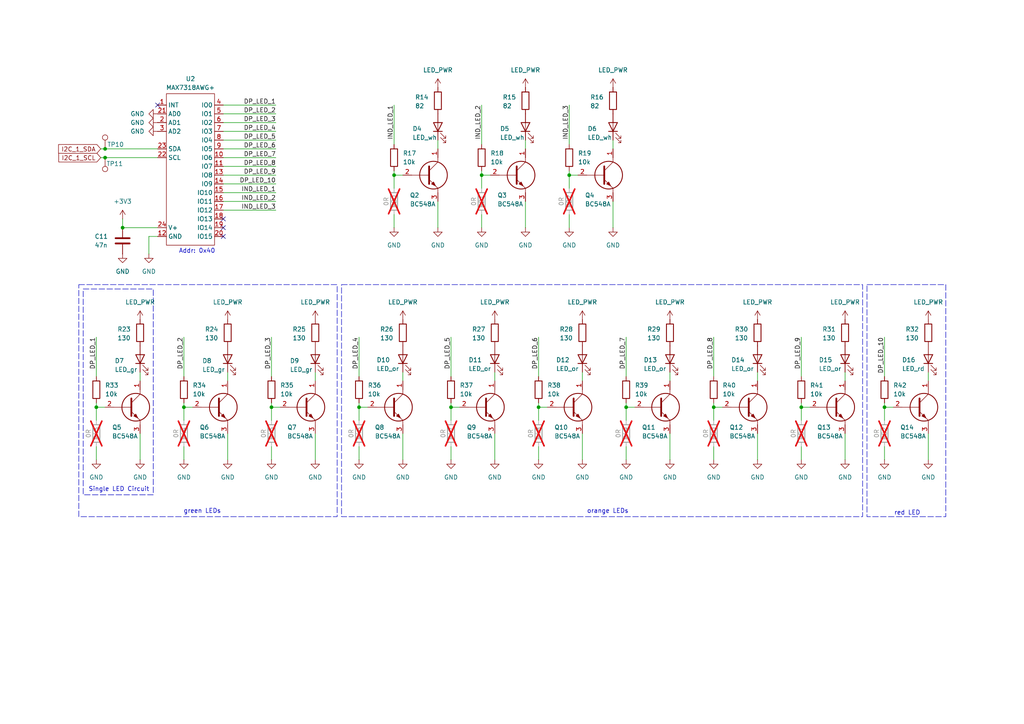
<source format=kicad_sch>
(kicad_sch (version 20250114) (generator "eeschema") (generator_version "9.0")
  (paper "A4")
  (title_block (title "OpenG Display Board LEDs") (date "2025-05-14") (company "OpenG Porject") (comment 1 "Designer: J. Wiedau") (comment 2 "License: GNU GPLv3"))
  (lib_symbols
    (symbol "Connector:TestPoint" (pin_numbers (hide yes)) (pin_names (offset 0.762) (hide yes))
      (property "Reference" "TP" (at 0 6.858 0))
      (property "Value" "TestPoint" (at 0 5.08 0))
      (symbol "TestPoint_1_1"
        (pin passive line (at 0 0 90) (length 2.54) (name "1") (number "1"))
      )
    )
    (symbol "Device:C" (pin_numbers (hide yes)) (pin_names (offset 0.254))
      (property "Reference" "C" (at 0.635 2.54 0))
      (property "Value" "C" (at 0.635 -2.54 0))
      (symbol "C_1_1"
        (pin passive line (at 0 3.81 270) (length 2.794) (name "~") (number "1"))
        (pin passive line (at 0 -3.81 90) (length 2.794) (name "~") (number "2"))
      )
    )
    (symbol "Device:LED" (pin_numbers (hide yes)) (pin_names (offset 1.016) (hide yes))
      (property "Reference" "D" (at 0 2.54 0))
      (property "Value" "LED" (at 0 -2.54 0))
      (symbol "LED_1_1"
        (pin passive line (at -3.81 0 0) (length 2.54) (name "K") (number "1"))
        (pin passive line (at 3.81 0 180) (length 2.54) (name "A") (number "2"))
      )
    )
    (symbol "Device:R" (pin_numbers (hide yes)) (pin_names (offset 0))
      (property "Reference" "R" (at 2.032 0 90))
      (property "Value" "R" (at 0 0 90))
      (symbol "R_1_1"
        (pin passive line (at 0 3.81 270) (length 1.27) (name "~") (number "1"))
        (pin passive line (at 0 -3.81 90) (length 1.27) (name "~") (number "2"))
      )
    )
    (symbol "OpenG_Lib:MAX7318AWG"
      (property "Reference" "U" (at -7.112 25.654 0))
      (property "Value" "MAX7318AWG+" (at -0.762 23.622 0))
      (symbol "MAX7318AWG_1_1"
        (pin output line (at -10.16 19.05 0) (length 2.54) (name "INT") (number "1"))
        (pin passive line (at -10.16 16.51 0) (length 2.54) (name "AD0") (number "21"))
        (pin passive line (at -10.16 13.97 0) (length 2.54) (name "AD1") (number "2"))
        (pin passive line (at -10.16 11.43 0) (length 2.54) (name "AD2") (number "3"))
        (pin bidirectional line (at -10.16 6.35 0) (length 2.54) (name "SDA") (number "23"))
        (pin bidirectional line (at -10.16 3.81 0) (length 2.54) (name "SCL") (number "22"))
        (pin power_in line (at -10.16 -16.51 0) (length 2.54) (name "V+") (number "24"))
        (pin power_in line (at -10.16 -19.05 0) (length 2.54) (name "GND") (number "12"))
        (pin bidirectional line (at 8.89 19.05 180) (length 2.54) (name "IO0") (number "4"))
        (pin bidirectional line (at 8.89 16.51 180) (length 2.54) (name "IO1") (number "5"))
        (pin bidirectional line (at 8.89 13.97 180) (length 2.54) (name "IO2") (number "6"))
        (pin bidirectional line (at 8.89 11.43 180) (length 2.54) (name "IO3") (number "7"))
        (pin bidirectional line (at 8.89 8.89 180) (length 2.54) (name "IO4") (number "8"))
        (pin bidirectional line (at 8.89 6.35 180) (length 2.54) (name "IO5") (number "9"))
        (pin bidirectional line (at 8.89 3.81 180) (length 2.54) (name "IO6") (number "10"))
        (pin bidirectional line (at 8.89 1.27 180) (length 2.54) (name "IO7") (number "11"))
        (pin bidirectional line (at 8.89 -1.27 180) (length 2.54) (name "IO8") (number "13"))
        (pin bidirectional line (at 8.89 -3.81 180) (length 2.54) (name "IO9") (number "14"))
        (pin bidirectional line (at 8.89 -6.35 180) (length 2.54) (name "IO10") (number "15"))
        (pin bidirectional line (at 8.89 -8.89 180) (length 2.54) (name "IO11") (number "16"))
        (pin bidirectional line (at 8.89 -11.43 180) (length 2.54) (name "IO12") (number "17"))
        (pin bidirectional line (at 8.89 -13.97 180) (length 2.54) (name "IO13") (number "18"))
        (pin bidirectional line (at 8.89 -16.51 180) (length 2.54) (name "IO14") (number "19"))
        (pin bidirectional line (at 8.89 -19.05 180) (length 2.54) (name "IO15") (number "20"))
      )
    )
    (symbol "SamacSys_Parts:BC548A" (pin_names (offset 0.762))
      (property "Reference" "Q" (at 13.97 1.27 0))
      (property "Value" "BC548A" (at 13.97 -1.27 0))
      (symbol "BC548A_0_0"
        (pin passive line (at 0 0 0) (length 2.54) (name "~") (number "2"))
        (pin passive line (at 10.16 7.62 270) (length 2.54) (name "~") (number "1"))
        (pin passive line (at 10.16 -7.62 90) (length 2.54) (name "~") (number "3"))
      )
    )
    (symbol "power:+3V3" (power) (pin_numbers (hide yes)) (pin_names (offset 0) (hide yes))
      (property "Value" "+3V3" (at 0 3.556 0))
      (symbol "+3V3_1_1"
        (pin power_in line (at 0 0 90) (length 0) (name "~") (number "1"))
      )
    )
    (symbol "power:+5V" (power) (pin_numbers (hide yes)) (pin_names (offset 0) (hide yes))
      (property "Value" "+5V" (at 0 3.556 0))
      (symbol "+5V_1_1"
        (pin power_in line (at 0 0 90) (length 0) (name "~") (number "1"))
      )
    )
    (symbol "power:GND" (power) (pin_numbers (hide yes)) (pin_names (offset 0) (hide yes))
      (property "Value" "GND" (at 0 -3.81 0))
      (symbol "GND_1_1"
        (pin power_in line (at 0 0 270) (length 0) (name "~") (number "1"))
      )
    )
  )
  (rectangle (start 99.06 82.55) (end 250.19 149.86) (stroke (width 0) (type dash)))
  (rectangle (start 22.86 82.55) (end 97.79 149.86) (stroke (width 0) (type dash)))
  (rectangle (start 251.46 82.55) (end 274.32 149.86) (stroke (width 0) (type dash)))
  (rectangle (start 24.13 83.82) (end 44.45 143.51) (stroke (width 0) (type dash)))
  (text "orange LEDs" (at 176.276 148.336 0) (effects (font (size 1.27 1.27))))
  (text "green LEDs" (at 58.674 148.336 0) (effects (font (size 1.27 1.27))))
  (text "red LED" (at 263.144 148.844 0) (effects (font (size 1.27 1.27))))
  (text "Single LED Circuit" (at 25.654 141.986 0) (effects (font (size 1.27 1.27)) (justify left)))
  (text "Addr: 0x40" (at 57.15 72.898 0) (effects (font (size 1.27 1.27))))
  (junction (at 27.94 118.11))
  (junction (at 139.7 50.8))
  (junction (at 30.48 43.18))
  (junction (at 207.01 118.11))
  (junction (at 232.41 118.11))
  (junction (at 181.61 118.11))
  (junction (at 256.54 118.11))
  (junction (at 165.1 50.8))
  (junction (at 78.74 118.11))
  (junction (at 130.81 118.11))
  (junction (at 156.21 118.11))
  (junction (at 53.34 118.11))
  (junction (at 30.48 45.72))
  (junction (at 114.3 50.8))
  (junction (at 104.14 118.11))
  (junction (at 35.56 66.04))
  (no_connect (at 64.77 66.04))
  (no_connect (at 64.77 63.5))
  (no_connect (at 45.72 30.48))
  (no_connect (at 64.77 68.58))
  (wire (pts (xy 78.74 129.54) (xy 78.74 133.35)))
  (wire (pts (xy 256.54 118.11) (xy 256.54 121.92)))
  (wire (pts (xy 194.31 107.95) (xy 194.31 110.49)))
  (wire (pts (xy 245.11 107.95) (xy 245.11 110.49)))
  (wire (pts (xy 114.3 50.8) (xy 116.84 50.8)))
  (wire (pts (xy 114.3 62.23) (xy 114.3 66.04)))
  (wire (pts (xy 194.31 125.73) (xy 194.31 133.35)))
  (wire (pts (xy 232.41 129.54) (xy 232.41 133.35)))
  (wire (pts (xy 256.54 116.84) (xy 256.54 118.11)))
  (wire (pts (xy 156.21 129.54) (xy 156.21 133.35)))
  (wire (pts (xy 269.24 125.73) (xy 269.24 133.35)))
  (wire (pts (xy 168.91 107.95) (xy 168.91 110.49)))
  (wire (pts (xy 130.81 129.54) (xy 130.81 133.35)))
  (wire (pts (xy 45.72 68.58) (xy 43.18 68.58)))
  (wire (pts (xy 35.56 63.5) (xy 35.56 66.04)))
  (wire (pts (xy 232.41 97.79) (xy 232.41 109.22)))
  (wire (pts (xy 104.14 118.11) (xy 104.14 121.92)))
  (wire (pts (xy 127 58.42) (xy 127 66.04)))
  (wire (pts (xy 139.7 30.48) (xy 139.7 41.91)))
  (wire (pts (xy 53.34 118.11) (xy 55.88 118.11)))
  (wire (pts (xy 78.74 118.11) (xy 78.74 121.92)))
  (wire (pts (xy 116.84 125.73) (xy 116.84 133.35)))
  (wire (pts (xy 127 40.64) (xy 127 43.18)))
  (wire (pts (xy 64.77 30.48) (xy 80.01 30.48)))
  (wire (pts (xy 53.34 116.84) (xy 53.34 118.11)))
  (wire (pts (xy 256.54 129.54) (xy 256.54 133.35)))
  (wire (pts (xy 114.3 49.53) (xy 114.3 50.8)))
  (wire (pts (xy 130.81 116.84) (xy 130.81 118.11)))
  (wire (pts (xy 64.77 48.26) (xy 80.01 48.26)))
  (wire (pts (xy 269.24 107.95) (xy 269.24 110.49)))
  (wire (pts (xy 78.74 116.84) (xy 78.74 118.11)))
  (wire (pts (xy 207.01 129.54) (xy 207.01 133.35)))
  (wire (pts (xy 181.61 116.84) (xy 181.61 118.11)))
  (wire (pts (xy 139.7 50.8) (xy 142.24 50.8)))
  (wire (pts (xy 40.64 107.95) (xy 40.64 110.49)))
  (wire (pts (xy 168.91 125.73) (xy 168.91 133.35)))
  (wire (pts (xy 177.8 40.64) (xy 177.8 43.18)))
  (wire (pts (xy 30.48 43.18) (xy 45.72 43.18)))
  (wire (pts (xy 165.1 49.53) (xy 165.1 50.8)))
  (wire (pts (xy 207.01 116.84) (xy 207.01 118.11)))
  (wire (pts (xy 256.54 97.79) (xy 256.54 109.22)))
  (wire (pts (xy 64.77 45.72) (xy 80.01 45.72)))
  (wire (pts (xy 130.81 118.11) (xy 130.81 121.92)))
  (wire (pts (xy 130.81 97.79) (xy 130.81 109.22)))
  (wire (pts (xy 232.41 116.84) (xy 232.41 118.11)))
  (wire (pts (xy 64.77 38.1) (xy 80.01 38.1)))
  (wire (pts (xy 78.74 118.11) (xy 81.28 118.11)))
  (wire (pts (xy 207.01 118.11) (xy 207.01 121.92)))
  (wire (pts (xy 64.77 55.88) (xy 80.01 55.88)))
  (wire (pts (xy 64.77 40.64) (xy 80.01 40.64)))
  (wire (pts (xy 165.1 50.8) (xy 167.64 50.8)))
  (wire (pts (xy 156.21 116.84) (xy 156.21 118.11)))
  (wire (pts (xy 116.84 107.95) (xy 116.84 110.49)))
  (wire (pts (xy 91.44 125.73) (xy 91.44 133.35)))
  (wire (pts (xy 27.94 97.79) (xy 27.94 109.22)))
  (wire (pts (xy 45.72 66.04) (xy 35.56 66.04)))
  (wire (pts (xy 177.8 58.42) (xy 177.8 66.04)))
  (wire (pts (xy 53.34 129.54) (xy 53.34 133.35)))
  (wire (pts (xy 219.71 107.95) (xy 219.71 110.49)))
  (wire (pts (xy 64.77 35.56) (xy 80.01 35.56)))
  (wire (pts (xy 232.41 118.11) (xy 232.41 121.92)))
  (wire (pts (xy 139.7 49.53) (xy 139.7 50.8)))
  (wire (pts (xy 66.04 125.73) (xy 66.04 133.35)))
  (wire (pts (xy 152.4 40.64) (xy 152.4 43.18)))
  (wire (pts (xy 165.1 62.23) (xy 165.1 66.04)))
  (wire (pts (xy 27.94 118.11) (xy 30.48 118.11)))
  (wire (pts (xy 64.77 33.02) (xy 80.01 33.02)))
  (wire (pts (xy 114.3 50.8) (xy 114.3 54.61)))
  (wire (pts (xy 165.1 50.8) (xy 165.1 54.61)))
  (wire (pts (xy 156.21 118.11) (xy 158.75 118.11)))
  (wire (pts (xy 104.14 118.11) (xy 106.68 118.11)))
  (wire (pts (xy 40.64 125.73) (xy 40.64 133.35)))
  (wire (pts (xy 219.71 125.73) (xy 219.71 133.35)))
  (wire (pts (xy 30.48 45.72) (xy 45.72 45.72)))
  (wire (pts (xy 78.74 97.79) (xy 78.74 109.22)))
  (wire (pts (xy 143.51 107.95) (xy 143.51 110.49)))
  (wire (pts (xy 66.04 107.95) (xy 66.04 110.49)))
  (wire (pts (xy 64.77 50.8) (xy 80.01 50.8)))
  (wire (pts (xy 64.77 58.42) (xy 80.01 58.42)))
  (wire (pts (xy 156.21 118.11) (xy 156.21 121.92)))
  (wire (pts (xy 64.77 43.18) (xy 80.01 43.18)))
  (wire (pts (xy 181.61 118.11) (xy 184.15 118.11)))
  (wire (pts (xy 165.1 30.48) (xy 165.1 41.91)))
  (wire (pts (xy 27.94 129.54) (xy 27.94 133.35)))
  (wire (pts (xy 27.94 118.11) (xy 27.94 121.92)))
  (wire (pts (xy 91.44 107.95) (xy 91.44 110.49)))
  (wire (pts (xy 139.7 62.23) (xy 139.7 66.04)))
  (wire (pts (xy 104.14 129.54) (xy 104.14 133.35)))
  (wire (pts (xy 245.11 125.73) (xy 245.11 133.35)))
  (wire (pts (xy 64.77 53.34) (xy 80.01 53.34)))
  (wire (pts (xy 207.01 118.11) (xy 209.55 118.11)))
  (wire (pts (xy 232.41 118.11) (xy 234.95 118.11)))
  (wire (pts (xy 256.54 118.11) (xy 259.08 118.11)))
  (wire (pts (xy 181.61 129.54) (xy 181.61 133.35)))
  (wire (pts (xy 29.21 43.18) (xy 30.48 43.18)))
  (wire (pts (xy 104.14 116.84) (xy 104.14 118.11)))
  (wire (pts (xy 29.21 45.72) (xy 30.48 45.72)))
  (wire (pts (xy 181.61 97.79) (xy 181.61 109.22)))
  (wire (pts (xy 53.34 118.11) (xy 53.34 121.92)))
  (wire (pts (xy 114.3 30.48) (xy 114.3 41.91)))
  (wire (pts (xy 181.61 118.11) (xy 181.61 121.92)))
  (wire (pts (xy 156.21 97.79) (xy 156.21 109.22)))
  (wire (pts (xy 64.77 60.96) (xy 80.01 60.96)))
  (wire (pts (xy 152.4 58.42) (xy 152.4 66.04)))
  (wire (pts (xy 139.7 50.8) (xy 139.7 54.61)))
  (wire (pts (xy 104.14 97.79) (xy 104.14 109.22)))
  (wire (pts (xy 143.51 125.73) (xy 143.51 133.35)))
  (wire (pts (xy 27.94 116.84) (xy 27.94 118.11)))
  (wire (pts (xy 53.34 97.79) (xy 53.34 109.22)))
  (wire (pts (xy 130.81 118.11) (xy 133.35 118.11)))
  (wire (pts (xy 207.01 97.79) (xy 207.01 109.22)))
  (wire (pts (xy 43.18 68.58) (xy 43.18 73.66)))
  (label "DP_LED_8" (at 207.01 97.79 270))
  (label "DP_LED_4" (at 104.14 97.79 270))
  (label "DP_LED_10" (at 80.01 53.34 180))
  (label "IND_LED_2" (at 139.7 30.48 270))
  (label "DP_LED_9" (at 80.01 50.8 180))
  (label "DP_LED_6" (at 156.21 97.79 270))
  (label "DP_LED_2" (at 80.01 33.02 180))
  (label "DP_LED_6" (at 80.01 43.18 180))
  (label "IND_LED_3" (at 165.1 30.48 270))
  (label "DP_LED_10" (at 256.54 97.79 270))
  (label "DP_LED_7" (at 80.01 45.72 180))
  (label "DP_LED_1" (at 80.01 30.48 180))
  (label "IND_LED_1" (at 114.3 30.48 270))
  (label "DP_LED_1" (at 27.94 97.79 270))
  (label "DP_LED_5" (at 130.81 97.79 270))
  (label "IND_LED_2" (at 80.01 58.42 180))
  (label "DP_LED_3" (at 78.74 97.79 270))
  (label "DP_LED_5" (at 80.01 40.64 180))
  (label "DP_LED_7" (at 181.61 97.79 270))
  (label "IND_LED_3" (at 80.01 60.96 180))
  (label "DP_LED_2" (at 53.34 97.79 270))
  (label "DP_LED_4" (at 80.01 38.1 180))
  (label "DP_LED_8" (at 80.01 48.26 180))
  (label "IND_LED_1" (at 80.01 55.88 180))
  (label "DP_LED_3" (at 80.01 35.56 180))
  (label "DP_LED_9" (at 232.41 97.79 270))
  (global_label "I2C_1_SDA" (shape input) (at 29.21 43.18 180) (property "Intersheetrefs" "${INTERSHEET_REFS}" (effects (hide yes))))
  (global_label "I2C_1_SCL" (shape input) (at 29.21 45.72 180) (property "Intersheetrefs" "${INTERSHEET_REFS}" (effects (hide yes))))
  (symbol (lib_id "power:GND") (at 40.64 133.35 0) (unit 1)
    (property "Reference" "#PWR067" (effects (hide yes)))
    (property "Value" "GND" (at 40.64 138.43 0))
    (property "Description" "Power symbol creates a global label with name \"GND\" , ground" (effects (hide yes)))
  )
  (symbol (lib_id "power:GND") (at 35.56 73.66 0) (unit 1)
    (property "Reference" "#PWR054" (effects (hide yes)))
    (property "Value" "GND" (at 35.56 78.74 0))
    (property "Description" "Power symbol creates a global label with name \"GND\" , ground" (effects (hide yes)))
  )
  (symbol (lib_id "Device:LED") (at 177.8 36.83 90) (unit 1)
    (property "Reference" "D6" (at 170.434 37.338 90) (effects (justify right)))
    (property "Value" "LED_wh" (at 170.434 39.878 90) (effects (justify right)))
    (property "Footprint" "LED_THT:LED_D3.0mm_Horizontal_O1.27mm_Z2.0mm_Clear" (effects (hide yes)))
    (property "Datasheet" "https://www.mouser.de/datasheet/2/414/OVLAW4CB7-3011932.pdf" (effects (hide yes)))
    (property "Description" "Light emitting diode" (effects (hide yes)))
    (property "Sim.Pins" "1=K 2=A" (effects (hide yes)))
    (property "Supplier" "https://www.mouser.de/ProductDetail/Optek-TT-Electronics/OVLAW4CB7?qs=sGAEpiMZZMv0DJfhVcWlKxh%252BRYzFzxt7LouZ72n6au2Eguv%252BwL4KIQ%3D%3D" (effects (hide yes)))
  )
  (symbol (lib_id "SamacSys_Parts:BC548A") (at 55.88 118.11 0) (unit 1)
    (property "Reference" "Q6" (at 57.912 123.952 0) (effects (justify left)))
    (property "Value" "BC548A" (at 57.912 126.492 0) (effects (justify left)))
    (property "Footprint" "SamacSys_Parts:BC548A" (effects (hide yes)))
    (property "Datasheet" "https://diotec.com/request/datasheet/bc546.pdf" (effects (hide yes)))
    (property "Description" "Bipolar (BJT) Transistor NPN 30 V 100 mA 300MHz 500 mW Through Hole TO-92-3" (effects (hide yes)))
    (property "Description_1" "Bipolar (BJT) Transistor NPN 30 V 100 mA 300MHz 500 mW Through Hole TO-92-3" (effects (hide yes)))
    (property "Height" "4.7" (effects (hide yes)))
    (property "Mouser Part Number" "637-BC548A" (effects (hide yes)))
    (property "Mouser Price/Stock" "https://www.mouser.co.uk/ProductDetail/Diotec-Semiconductor/BC548A?qs=OlC7AqGiEDn7ksXHluy35w%3D%3D" (effects (hide yes)))
    (property "Manufacturer_Name" "Diotec" (effects (hide yes)))
    (property "Manufacturer_Part_Number" "BC548A" (effects (hide yes)))
  )
  (symbol (lib_id "Device:R") (at 130.81 125.73 180) (unit 1) (dnp yes)
    (property "Reference" "R47" (at 130.81 125.73 90))
    (property "Value" "0R" (at 128.524 125.73 90))
    (property "Footprint" "Resistor_SMD:R_0805_2012Metric_Pad1.20x1.40mm_HandSolder" (effects (hide yes)))
    (property "Description" "Resistor" (effects (hide yes)))
  )
  (symbol (lib_id "Device:LED") (at 168.91 104.14 90) (unit 1)
    (property "Reference" "D12" (at 161.29 104.394 90) (effects (justify right)))
    (property "Value" "LED_or" (at 161.29 106.934 90) (effects (justify right)))
    (property "Footprint" "LED_THT:LED_D3.0mm_Horizontal_O1.27mm_Z2.0mm_Clear" (effects (hide yes)))
    (property "Datasheet" "https://www.mouser.de/datasheet/2/216/WP710A10SGC-50126.pdf" (effects (hide yes)))
    (property "Description" "Light emitting diode" (effects (hide yes)))
    (property "Sim.Pins" "1=K 2=A" (effects (hide yes)))
    (property "Supplier" "https://www.mouser.de/ProductDetail/Kingbright/WP710A10SGC?qs=sGAEpiMZZMv0DJfhVcWlK512OlMuG%252BmKJmTyC6LM61Bi%252BQ62PTBqPw%3D%3D" (effects (hide yes)))
  )
  (symbol (lib_id "Device:LED") (at 40.64 104.14 90) (unit 1)
    (property "Reference" "D7" (at 33.274 104.648 90) (effects (justify right)))
    (property "Value" "LED_gr" (at 33.274 107.188 90) (effects (justify right)))
    (property "Footprint" "LED_THT:LED_D3.0mm_Horizontal_O1.27mm_Z2.0mm_Clear" (effects (hide yes)))
    (property "Datasheet" "https://www.mouser.de/datasheet/2/216/WP710A10SGC-50126.pdf" (effects (hide yes)))
    (property "Description" "Light emitting diode" (effects (hide yes)))
    (property "Sim.Pins" "1=K 2=A" (effects (hide yes)))
    (property "Supplier" "https://www.mouser.de/ProductDetail/Kingbright/WP710A10SGC?qs=sGAEpiMZZMv0DJfhVcWlK512OlMuG%252BmKJmTyC6LM61Bi%252BQ62PTBqPw%3D%3D" (effects (hide yes)))
  )
  (symbol (lib_id "power:+5V") (at 91.44 92.71 0) (unit 1)
    (property "Reference" "#PWR058" (effects (hide yes)))
    (property "Value" "LED_PWR" (at 91.44 87.63 0))
    (property "Description" "Power symbol creates a global label with name \"LED_PWR\"" (effects (hide yes)))
  )
  (symbol (lib_id "power:GND") (at 27.94 133.35 0) (unit 1)
    (property "Reference" "#PWR066" (effects (hide yes)))
    (property "Value" "GND" (at 27.94 138.43 0))
    (property "Description" "Power symbol creates a global label with name \"GND\" , ground" (effects (hide yes)))
  )
  (symbol (lib_id "Device:R") (at 177.8 29.21 0) (unit 1)
    (property "Reference" "R16" (at 171.196 28.194 0) (effects (justify left)))
    (property "Value" "82" (at 171.196 30.734 0) (effects (justify left)))
    (property "Footprint" "Resistor_SMD:R_0805_2012Metric_Pad1.20x1.40mm_HandSolder" (effects (hide yes)))
    (property "Description" "Resistor" (effects (hide yes)))
  )
  (symbol (lib_id "Device:R") (at 269.24 96.52 0) (unit 1)
    (property "Reference" "R32" (at 262.636 95.504 0) (effects (justify left)))
    (property "Value" "130" (at 262.636 98.044 0) (effects (justify left)))
    (property "Footprint" "Resistor_SMD:R_0805_2012Metric_Pad1.20x1.40mm_HandSolder" (effects (hide yes)))
    (property "Description" "Resistor" (effects (hide yes)))
  )
  (symbol (lib_id "power:GND") (at 91.44 133.35 0) (unit 1)
    (property "Reference" "#PWR071" (effects (hide yes)))
    (property "Value" "GND" (at 91.44 138.43 0))
    (property "Description" "Power symbol creates a global label with name \"GND\" , ground" (effects (hide yes)))
  )
  (symbol (lib_id "Device:R") (at 165.1 45.72 0) (unit 1)
    (property "Reference" "R19" (at 167.64 44.4499 0) (effects (justify left)))
    (property "Value" "10k" (at 167.64 46.9899 0) (effects (justify left)))
    (property "Footprint" "Resistor_SMD:R_0805_2012Metric_Pad1.20x1.40mm_HandSolder" (effects (hide yes)))
    (property "Description" "Resistor" (effects (hide yes)))
  )
  (symbol (lib_id "SamacSys_Parts:BC548A") (at 167.64 50.8 0) (unit 1)
    (property "Reference" "Q4" (at 169.672 56.642 0) (effects (justify left)))
    (property "Value" "BC548A" (at 169.672 59.182 0) (effects (justify left)))
    (property "Footprint" "SamacSys_Parts:BC548A" (effects (hide yes)))
    (property "Datasheet" "https://diotec.com/request/datasheet/bc546.pdf" (effects (hide yes)))
    (property "Description" "Bipolar (BJT) Transistor NPN 30 V 100 mA 300MHz 500 mW Through Hole TO-92-3" (effects (hide yes)))
    (property "Description_1" "Bipolar (BJT) Transistor NPN 30 V 100 mA 300MHz 500 mW Through Hole TO-92-3" (effects (hide yes)))
    (property "Height" "4.7" (effects (hide yes)))
    (property "Mouser Part Number" "637-BC548A" (effects (hide yes)))
    (property "Mouser Price/Stock" "https://www.mouser.co.uk/ProductDetail/Diotec-Semiconductor/BC548A?qs=OlC7AqGiEDn7ksXHluy35w%3D%3D" (effects (hide yes)))
    (property "Manufacturer_Name" "Diotec" (effects (hide yes)))
    (property "Manufacturer_Part_Number" "BC548A" (effects (hide yes)))
  )
  (symbol (lib_id "Device:R") (at 130.81 113.03 0) (unit 1)
    (property "Reference" "R37" (at 133.35 111.7599 0) (effects (justify left)))
    (property "Value" "10k" (at 133.35 114.2999 0) (effects (justify left)))
    (property "Footprint" "Resistor_SMD:R_0805_2012Metric_Pad1.20x1.40mm_HandSolder" (effects (hide yes)))
    (property "Description" "Resistor" (effects (hide yes)))
  )
  (symbol (lib_id "Device:R") (at 207.01 113.03 0) (unit 1)
    (property "Reference" "R40" (at 209.55 111.7599 0) (effects (justify left)))
    (property "Value" "10k" (at 209.55 114.2999 0) (effects (justify left)))
    (property "Footprint" "Resistor_SMD:R_0805_2012Metric_Pad1.20x1.40mm_HandSolder" (effects (hide yes)))
    (property "Description" "Resistor" (effects (hide yes)))
  )
  (symbol (lib_id "SamacSys_Parts:BC548A") (at 133.35 118.11 0) (unit 1)
    (property "Reference" "Q9" (at 135.382 123.952 0) (effects (justify left)))
    (property "Value" "BC548A" (at 135.382 126.492 0) (effects (justify left)))
    (property "Footprint" "SamacSys_Parts:BC548A" (effects (hide yes)))
    (property "Datasheet" "https://diotec.com/request/datasheet/bc546.pdf" (effects (hide yes)))
    (property "Description" "Bipolar (BJT) Transistor NPN 30 V 100 mA 300MHz 500 mW Through Hole TO-92-3" (effects (hide yes)))
    (property "Description_1" "Bipolar (BJT) Transistor NPN 30 V 100 mA 300MHz 500 mW Through Hole TO-92-3" (effects (hide yes)))
    (property "Height" "4.7" (effects (hide yes)))
    (property "Mouser Part Number" "637-BC548A" (effects (hide yes)))
    (property "Mouser Price/Stock" "https://www.mouser.co.uk/ProductDetail/Diotec-Semiconductor/BC548A?qs=OlC7AqGiEDn7ksXHluy35w%3D%3D" (effects (hide yes)))
    (property "Manufacturer_Name" "Diotec" (effects (hide yes)))
    (property "Manufacturer_Part_Number" "BC548A" (effects (hide yes)))
  )
  (symbol (lib_id "power:GND") (at 194.31 133.35 0) (unit 1)
    (property "Reference" "#PWR079" (effects (hide yes)))
    (property "Value" "GND" (at 194.31 138.43 0))
    (property "Description" "Power symbol creates a global label with name \"GND\" , ground" (effects (hide yes)))
  )
  (symbol (lib_id "Device:R") (at 114.3 58.42 180) (unit 1) (dnp yes)
    (property "Reference" "R20" (at 114.3 58.42 90))
    (property "Value" "0R" (at 112.014 58.42 90))
    (property "Footprint" "Resistor_SMD:R_0805_2012Metric_Pad1.20x1.40mm_HandSolder" (effects (hide yes)))
    (property "Description" "Resistor" (effects (hide yes)))
  )
  (symbol (lib_id "Device:R") (at 139.7 58.42 180) (unit 1) (dnp yes)
    (property "Reference" "R21" (at 139.7 58.42 90))
    (property "Value" "0R" (at 137.414 58.42 90))
    (property "Footprint" "Resistor_SMD:R_0805_2012Metric_Pad1.20x1.40mm_HandSolder" (effects (hide yes)))
    (property "Description" "Resistor" (effects (hide yes)))
  )
  (symbol (lib_id "SamacSys_Parts:BC548A") (at 209.55 118.11 0) (unit 1)
    (property "Reference" "Q12" (at 211.582 123.952 0) (effects (justify left)))
    (property "Value" "BC548A" (at 211.582 126.492 0) (effects (justify left)))
    (property "Footprint" "SamacSys_Parts:BC548A" (effects (hide yes)))
    (property "Datasheet" "https://diotec.com/request/datasheet/bc546.pdf" (effects (hide yes)))
    (property "Description" "Bipolar (BJT) Transistor NPN 30 V 100 mA 300MHz 500 mW Through Hole TO-92-3" (effects (hide yes)))
    (property "Description_1" "Bipolar (BJT) Transistor NPN 30 V 100 mA 300MHz 500 mW Through Hole TO-92-3" (effects (hide yes)))
    (property "Height" "4.7" (effects (hide yes)))
    (property "Mouser Part Number" "637-BC548A" (effects (hide yes)))
    (property "Mouser Price/Stock" "https://www.mouser.co.uk/ProductDetail/Diotec-Semiconductor/BC548A?qs=OlC7AqGiEDn7ksXHluy35w%3D%3D" (effects (hide yes)))
    (property "Manufacturer_Name" "Diotec" (effects (hide yes)))
    (property "Manufacturer_Part_Number" "BC548A" (effects (hide yes)))
  )
  (symbol (lib_id "power:+5V") (at 152.4 25.4 0) (unit 1)
    (property "Reference" "#PWR042" (effects (hide yes)))
    (property "Value" "LED_PWR" (at 152.4 20.32 0))
    (property "Description" "Power symbol creates a global label with name \"LED_PWR\"" (effects (hide yes)))
  )
  (symbol (lib_id "Device:LED") (at 152.4 36.83 90) (unit 1)
    (property "Reference" "D5" (at 145.034 37.338 90) (effects (justify right)))
    (property "Value" "LED_wh" (at 145.034 39.878 90) (effects (justify right)))
    (property "Footprint" "LED_THT:LED_D3.0mm_Horizontal_O1.27mm_Z2.0mm_Clear" (effects (hide yes)))
    (property "Datasheet" "https://www.mouser.de/datasheet/2/414/OVLAW4CB7-3011932.pdf" (effects (hide yes)))
    (property "Description" "Light emitting diode" (effects (hide yes)))
    (property "Sim.Pins" "1=K 2=A" (effects (hide yes)))
    (property "Supplier" "https://www.mouser.de/ProductDetail/Optek-TT-Electronics/OVLAW4CB7?qs=sGAEpiMZZMv0DJfhVcWlKxh%252BRYzFzxt7LouZ72n6au2Eguv%252BwL4KIQ%3D%3D" (effects (hide yes)))
  )
  (symbol (lib_id "Device:R") (at 194.31 96.52 0) (unit 1)
    (property "Reference" "R29" (at 187.706 95.504 0) (effects (justify left)))
    (property "Value" "130" (at 187.706 98.044 0) (effects (justify left)))
    (property "Footprint" "Resistor_SMD:R_0805_2012Metric_Pad1.20x1.40mm_HandSolder" (effects (hide yes)))
    (property "Description" "Resistor" (effects (hide yes)))
  )
  (symbol (lib_id "Device:R") (at 27.94 113.03 0) (unit 1)
    (property "Reference" "R33" (at 30.48 111.7599 0) (effects (justify left)))
    (property "Value" "10k" (at 30.48 114.2999 0) (effects (justify left)))
    (property "Footprint" "Resistor_SMD:R_0805_2012Metric_Pad1.20x1.40mm_HandSolder" (effects (hide yes)))
    (property "Description" "Resistor" (effects (hide yes)))
  )
  (symbol (lib_id "Device:R") (at 78.74 113.03 0) (unit 1)
    (property "Reference" "R35" (at 81.28 111.7599 0) (effects (justify left)))
    (property "Value" "10k" (at 81.28 114.2999 0) (effects (justify left)))
    (property "Footprint" "Resistor_SMD:R_0805_2012Metric_Pad1.20x1.40mm_HandSolder" (effects (hide yes)))
    (property "Description" "Resistor" (effects (hide yes)))
  )
  (symbol (lib_id "power:GND") (at 104.14 133.35 0) (unit 1)
    (property "Reference" "#PWR072" (effects (hide yes)))
    (property "Value" "GND" (at 104.14 138.43 0))
    (property "Description" "Power symbol creates a global label with name \"GND\" , ground" (effects (hide yes)))
  )
  (symbol (lib_id "Device:R") (at 139.7 45.72 0) (unit 1)
    (property "Reference" "R18" (at 142.24 44.4499 0) (effects (justify left)))
    (property "Value" "10k" (at 142.24 46.9899 0) (effects (justify left)))
    (property "Footprint" "Resistor_SMD:R_0805_2012Metric_Pad1.20x1.40mm_HandSolder" (effects (hide yes)))
    (property "Description" "Resistor" (effects (hide yes)))
  )
  (symbol (lib_id "power:GND") (at 269.24 133.35 0) (unit 1)
    (property "Reference" "#PWR085" (effects (hide yes)))
    (property "Value" "GND" (at 269.24 138.43 0))
    (property "Description" "Power symbol creates a global label with name \"GND\" , ground" (effects (hide yes)))
  )
  (symbol (lib_id "power:GND") (at 116.84 133.35 0) (unit 1)
    (property "Reference" "#PWR073" (effects (hide yes)))
    (property "Value" "GND" (at 116.84 138.43 0))
    (property "Description" "Power symbol creates a global label with name \"GND\" , ground" (effects (hide yes)))
  )
  (symbol (lib_id "Device:LED") (at 91.44 104.14 90) (unit 1)
    (property "Reference" "D9" (at 84.074 104.648 90) (effects (justify right)))
    (property "Value" "LED_gr" (at 84.074 107.188 90) (effects (justify right)))
    (property "Footprint" "LED_THT:LED_D3.0mm_Horizontal_O1.27mm_Z2.0mm_Clear" (effects (hide yes)))
    (property "Datasheet" "https://www.mouser.de/datasheet/2/216/WP710A10SGC-50126.pdf" (effects (hide yes)))
    (property "Description" "Light emitting diode" (effects (hide yes)))
    (property "Sim.Pins" "1=K 2=A" (effects (hide yes)))
    (property "Supplier" "https://www.mouser.de/ProductDetail/Kingbright/WP710A10SGC?qs=sGAEpiMZZMv0DJfhVcWlK512OlMuG%252BmKJmTyC6LM61Bi%252BQ62PTBqPw%3D%3D" (effects (hide yes)))
  )
  (symbol (lib_id "power:GND") (at 45.72 38.1 270) (unit 1)
    (property "Reference" "#PWR046" (effects (hide yes)))
    (property "Value" "GND" (at 41.91 38.0999 90) (effects (justify right)))
    (property "Description" "Power symbol creates a global label with name \"GND\" , ground" (effects (hide yes)))
  )
  (symbol (lib_id "Device:R") (at 104.14 125.73 180) (unit 1) (dnp yes)
    (property "Reference" "R46" (at 104.14 125.73 90))
    (property "Value" "0R" (at 101.854 125.73 90))
    (property "Footprint" "Resistor_SMD:R_0805_2012Metric_Pad1.20x1.40mm_HandSolder" (effects (hide yes)))
    (property "Description" "Resistor" (effects (hide yes)))
  )
  (symbol (lib_id "power:GND") (at 114.3 66.04 0) (unit 1)
    (property "Reference" "#PWR048" (effects (hide yes)))
    (property "Value" "GND" (at 114.3 71.12 0))
    (property "Description" "Power symbol creates a global label with name \"GND\" , ground" (effects (hide yes)))
  )
  (symbol (lib_id "SamacSys_Parts:BC548A") (at 184.15 118.11 0) (unit 1)
    (property "Reference" "Q11" (at 186.182 123.952 0) (effects (justify left)))
    (property "Value" "BC548A" (at 186.182 126.492 0) (effects (justify left)))
    (property "Footprint" "SamacSys_Parts:BC548A" (effects (hide yes)))
    (property "Datasheet" "https://diotec.com/request/datasheet/bc546.pdf" (effects (hide yes)))
    (property "Description" "Bipolar (BJT) Transistor NPN 30 V 100 mA 300MHz 500 mW Through Hole TO-92-3" (effects (hide yes)))
    (property "Description_1" "Bipolar (BJT) Transistor NPN 30 V 100 mA 300MHz 500 mW Through Hole TO-92-3" (effects (hide yes)))
    (property "Height" "4.7" (effects (hide yes)))
    (property "Mouser Part Number" "637-BC548A" (effects (hide yes)))
    (property "Mouser Price/Stock" "https://www.mouser.co.uk/ProductDetail/Diotec-Semiconductor/BC548A?qs=OlC7AqGiEDn7ksXHluy35w%3D%3D" (effects (hide yes)))
    (property "Manufacturer_Name" "Diotec" (effects (hide yes)))
    (property "Manufacturer_Part_Number" "BC548A" (effects (hide yes)))
  )
  (symbol (lib_id "Device:R") (at 91.44 96.52 0) (unit 1)
    (property "Reference" "R25" (at 84.836 95.504 0) (effects (justify left)))
    (property "Value" "130" (at 84.836 98.044 0) (effects (justify left)))
    (property "Footprint" "Resistor_SMD:R_0805_2012Metric_Pad1.20x1.40mm_HandSolder" (effects (hide yes)))
    (property "Description" "Resistor" (effects (hide yes)))
  )
  (symbol (lib_id "power:GND") (at 168.91 133.35 0) (unit 1)
    (property "Reference" "#PWR077" (effects (hide yes)))
    (property "Value" "GND" (at 168.91 138.43 0))
    (property "Description" "Power symbol creates a global label with name \"GND\" , ground" (effects (hide yes)))
  )
  (symbol (lib_id "Device:LED") (at 269.24 104.14 90) (unit 1)
    (property "Reference" "D16" (at 261.62 104.394 90) (effects (justify right)))
    (property "Value" "LED_rd" (at 261.62 106.934 90) (effects (justify right)))
    (property "Footprint" "LED_THT:LED_D3.0mm_Horizontal_O1.27mm_Z2.0mm_Clear" (effects (hide yes)))
    (property "Datasheet" "https://www.mouser.de/datasheet/2/216/WP710A10SGC-50126.pdf" (effects (hide yes)))
    (property "Description" "Light emitting diode" (effects (hide yes)))
    (property "Sim.Pins" "1=K 2=A" (effects (hide yes)))
    (property "Supplier" "https://www.mouser.de/ProductDetail/Kingbright/WP710A10SGC?qs=sGAEpiMZZMv0DJfhVcWlK512OlMuG%252BmKJmTyC6LM61Bi%252BQ62PTBqPw%3D%3D" (effects (hide yes)))
  )
  (symbol (lib_id "Device:LED") (at 219.71 104.14 90) (unit 1)
    (property "Reference" "D14" (at 212.09 104.394 90) (effects (justify right)))
    (property "Value" "LED_or" (at 212.09 106.934 90) (effects (justify right)))
    (property "Footprint" "LED_THT:LED_D3.0mm_Horizontal_O1.27mm_Z2.0mm_Clear" (effects (hide yes)))
    (property "Datasheet" "https://www.mouser.de/datasheet/2/216/WP710A10SGC-50126.pdf" (effects (hide yes)))
    (property "Description" "Light emitting diode" (effects (hide yes)))
    (property "Sim.Pins" "1=K 2=A" (effects (hide yes)))
    (property "Supplier" "https://www.mouser.de/ProductDetail/Kingbright/WP710A10SGC?qs=sGAEpiMZZMv0DJfhVcWlK512OlMuG%252BmKJmTyC6LM61Bi%252BQ62PTBqPw%3D%3D" (effects (hide yes)))
  )
  (symbol (lib_id "OpenG_Lib:MAX7318AWG") (at 55.88 49.53 0) (unit 1)
    (property "Reference" "U2" (at 55.245 22.86 0))
    (property "Value" "MAX7318AWG+" (at 55.245 25.4 0))
    (property "Footprint" "Package_SO:SOIC-24W_7.5x15.4mm_P1.27mm" (effects (hide yes)))
    (property "Datasheet" "https://www.mouser.de/datasheet/2/609/1/MAX7318-3470766.pdf" (effects (hide yes)))
    (property "Description" "Portexpander 16xI/O" (effects (hide yes)))
    (property "Supplier" "https://www.mouser.de/ProductDetail/Analog-Devices-Maxim-Integrated/MAX7318AWG%2b?qs=fnYUjNMxfVD3hocNlvNmXA%3D%3D" (effects (hide yes)))
  )
  (symbol (lib_id "Device:R") (at 27.94 125.73 180) (unit 1) (dnp yes)
    (property "Reference" "R43" (at 27.94 125.73 90))
    (property "Value" "0R" (at 25.654 125.73 90))
    (property "Footprint" "Resistor_SMD:R_0805_2012Metric_Pad1.20x1.40mm_HandSolder" (effects (hide yes)))
    (property "Description" "Resistor" (effects (hide yes)))
  )
  (symbol (lib_id "Device:R") (at 181.61 125.73 180) (unit 1) (dnp yes)
    (property "Reference" "R49" (at 181.61 125.73 90))
    (property "Value" "0R" (at 179.324 125.73 90))
    (property "Footprint" "Resistor_SMD:R_0805_2012Metric_Pad1.20x1.40mm_HandSolder" (effects (hide yes)))
    (property "Description" "Resistor" (effects (hide yes)))
  )
  (symbol (lib_id "power:+5V") (at 116.84 92.71 0) (unit 1)
    (property "Reference" "#PWR059" (effects (hide yes)))
    (property "Value" "LED_PWR" (at 116.84 87.63 0))
    (property "Description" "Power symbol creates a global label with name \"LED_PWR\"" (effects (hide yes)))
  )
  (symbol (lib_id "power:GND") (at 127 66.04 0) (unit 1)
    (property "Reference" "#PWR049" (effects (hide yes)))
    (property "Value" "GND" (at 127 71.12 0))
    (property "Description" "Power symbol creates a global label with name \"GND\" , ground" (effects (hide yes)))
  )
  (symbol (lib_id "Device:R") (at 156.21 113.03 0) (unit 1)
    (property "Reference" "R38" (at 158.75 111.7599 0) (effects (justify left)))
    (property "Value" "10k" (at 158.75 114.2999 0) (effects (justify left)))
    (property "Footprint" "Resistor_SMD:R_0805_2012Metric_Pad1.20x1.40mm_HandSolder" (effects (hide yes)))
    (property "Description" "Resistor" (effects (hide yes)))
  )
  (symbol (lib_id "power:GND") (at 143.51 133.35 0) (unit 1)
    (property "Reference" "#PWR075" (effects (hide yes)))
    (property "Value" "GND" (at 143.51 138.43 0))
    (property "Description" "Power symbol creates a global label with name \"GND\" , ground" (effects (hide yes)))
  )
  (symbol (lib_id "power:GND") (at 219.71 133.35 0) (unit 1)
    (property "Reference" "#PWR081" (effects (hide yes)))
    (property "Value" "GND" (at 219.71 138.43 0))
    (property "Description" "Power symbol creates a global label with name \"GND\" , ground" (effects (hide yes)))
  )
  (symbol (lib_id "SamacSys_Parts:BC548A") (at 116.84 50.8 0) (unit 1)
    (property "Reference" "Q2" (at 118.872 56.642 0) (effects (justify left)))
    (property "Value" "BC548A" (at 118.872 59.182 0) (effects (justify left)))
    (property "Footprint" "SamacSys_Parts:BC548A" (effects (hide yes)))
    (property "Datasheet" "https://diotec.com/request/datasheet/bc546.pdf" (effects (hide yes)))
    (property "Description" "Bipolar (BJT) Transistor NPN 30 V 100 mA 300MHz 500 mW Through Hole TO-92-3" (effects (hide yes)))
    (property "Description_1" "Bipolar (BJT) Transistor NPN 30 V 100 mA 300MHz 500 mW Through Hole TO-92-3" (effects (hide yes)))
    (property "Height" "4.7" (effects (hide yes)))
    (property "Mouser Part Number" "637-BC548A" (effects (hide yes)))
    (property "Mouser Price/Stock" "https://www.mouser.co.uk/ProductDetail/Diotec-Semiconductor/BC548A?qs=OlC7AqGiEDn7ksXHluy35w%3D%3D" (effects (hide yes)))
    (property "Manufacturer_Name" "Diotec" (effects (hide yes)))
    (property "Manufacturer_Part_Number" "BC548A" (effects (hide yes)))
  )
  (symbol (lib_id "power:GND") (at 181.61 133.35 0) (unit 1)
    (property "Reference" "#PWR078" (effects (hide yes)))
    (property "Value" "GND" (at 181.61 138.43 0))
    (property "Description" "Power symbol creates a global label with name \"GND\" , ground" (effects (hide yes)))
  )
  (symbol (lib_id "power:+5V") (at 245.11 92.71 0) (unit 1)
    (property "Reference" "#PWR064" (effects (hide yes)))
    (property "Value" "LED_PWR" (at 245.11 87.63 0))
    (property "Description" "Power symbol creates a global label with name \"LED_PWR\"" (effects (hide yes)))
  )
  (symbol (lib_id "power:+5V") (at 168.91 92.71 0) (unit 1)
    (property "Reference" "#PWR061" (effects (hide yes)))
    (property "Value" "LED_PWR" (at 168.91 87.63 0))
    (property "Description" "Power symbol creates a global label with name \"LED_PWR\"" (effects (hide yes)))
  )
  (symbol (lib_id "Connector:TestPoint") (at 30.48 43.18 0) (unit 1)
    (property "Reference" "TP10" (at 33.528 41.91 0))
    (property "Value" "TestPoint" (effects (hide yes)))
    (property "Footprint" "TestPoint:TestPoint_Pad_D2.5mm" (effects (hide yes)))
    (property "Description" "test point" (effects (hide yes)))
  )
  (symbol (lib_id "power:GND") (at 139.7 66.04 0) (unit 1)
    (property "Reference" "#PWR050" (effects (hide yes)))
    (property "Value" "GND" (at 139.7 71.12 0))
    (property "Description" "Power symbol creates a global label with name \"GND\" , ground" (effects (hide yes)))
  )
  (symbol (lib_id "power:GND") (at 45.72 35.56 270) (unit 1)
    (property "Reference" "#PWR045" (effects (hide yes)))
    (property "Value" "GND" (at 41.91 35.5599 90) (effects (justify right)))
    (property "Description" "Power symbol creates a global label with name \"GND\" , ground" (effects (hide yes)))
  )
  (symbol (lib_id "power:+5V") (at 40.64 92.71 0) (unit 1)
    (property "Reference" "#PWR056" (effects (hide yes)))
    (property "Value" "LED_PWR" (at 40.64 87.63 0))
    (property "Description" "Power symbol creates a global label with name \"LED_PWR\"" (effects (hide yes)))
  )
  (symbol (lib_id "Device:LED") (at 66.04 104.14 90) (unit 1)
    (property "Reference" "D8" (at 58.674 104.648 90) (effects (justify right)))
    (property "Value" "LED_gr" (at 58.674 107.188 90) (effects (justify right)))
    (property "Footprint" "LED_THT:LED_D3.0mm_Horizontal_O1.27mm_Z2.0mm_Clear" (effects (hide yes)))
    (property "Datasheet" "https://www.mouser.de/datasheet/2/216/WP710A10SGC-50126.pdf" (effects (hide yes)))
    (property "Description" "Light emitting diode" (effects (hide yes)))
    (property "Sim.Pins" "1=K 2=A" (effects (hide yes)))
    (property "Supplier" "https://www.mouser.de/ProductDetail/Kingbright/WP710A10SGC?qs=sGAEpiMZZMv0DJfhVcWlK512OlMuG%252BmKJmTyC6LM61Bi%252BQ62PTBqPw%3D%3D" (effects (hide yes)))
  )
  (symbol (lib_id "Device:R") (at 78.74 125.73 180) (unit 1) (dnp yes)
    (property "Reference" "R45" (at 78.74 125.73 90))
    (property "Value" "0R" (at 76.454 125.73 90))
    (property "Footprint" "Resistor_SMD:R_0805_2012Metric_Pad1.20x1.40mm_HandSolder" (effects (hide yes)))
    (property "Description" "Resistor" (effects (hide yes)))
  )
  (symbol (lib_id "Device:LED") (at 194.31 104.14 90) (unit 1)
    (property "Reference" "D13" (at 186.69 104.394 90) (effects (justify right)))
    (property "Value" "LED_or" (at 186.69 106.934 90) (effects (justify right)))
    (property "Footprint" "LED_THT:LED_D3.0mm_Horizontal_O1.27mm_Z2.0mm_Clear" (effects (hide yes)))
    (property "Datasheet" "https://www.mouser.de/datasheet/2/216/WP710A10SGC-50126.pdf" (effects (hide yes)))
    (property "Description" "Light emitting diode" (effects (hide yes)))
    (property "Sim.Pins" "1=K 2=A" (effects (hide yes)))
    (property "Supplier" "https://www.mouser.de/ProductDetail/Kingbright/WP710A10SGC?qs=sGAEpiMZZMv0DJfhVcWlK512OlMuG%252BmKJmTyC6LM61Bi%252BQ62PTBqPw%3D%3D" (effects (hide yes)))
  )
  (symbol (lib_id "power:GND") (at 130.81 133.35 0) (unit 1)
    (property "Reference" "#PWR074" (effects (hide yes)))
    (property "Value" "GND" (at 130.81 138.43 0))
    (property "Description" "Power symbol creates a global label with name \"GND\" , ground" (effects (hide yes)))
  )
  (symbol (lib_id "Device:R") (at 66.04 96.52 0) (unit 1)
    (property "Reference" "R24" (at 59.436 95.504 0) (effects (justify left)))
    (property "Value" "130" (at 59.436 98.044 0) (effects (justify left)))
    (property "Footprint" "Resistor_SMD:R_0805_2012Metric_Pad1.20x1.40mm_HandSolder" (effects (hide yes)))
    (property "Description" "Resistor" (effects (hide yes)))
  )
  (symbol (lib_id "Device:R") (at 53.34 113.03 0) (unit 1)
    (property "Reference" "R34" (at 55.88 111.7599 0) (effects (justify left)))
    (property "Value" "10k" (at 55.88 114.2999 0) (effects (justify left)))
    (property "Footprint" "Resistor_SMD:R_0805_2012Metric_Pad1.20x1.40mm_HandSolder" (effects (hide yes)))
    (property "Description" "Resistor" (effects (hide yes)))
  )
  (symbol (lib_id "Device:R") (at 53.34 125.73 180) (unit 1) (dnp yes)
    (property "Reference" "R44" (at 53.34 125.73 90))
    (property "Value" "0R" (at 51.054 125.73 90))
    (property "Footprint" "Resistor_SMD:R_0805_2012Metric_Pad1.20x1.40mm_HandSolder" (effects (hide yes)))
    (property "Description" "Resistor" (effects (hide yes)))
  )
  (symbol (lib_id "SamacSys_Parts:BC548A") (at 234.95 118.11 0) (unit 1)
    (property "Reference" "Q13" (at 236.982 123.952 0) (effects (justify left)))
    (property "Value" "BC548A" (at 236.982 126.492 0) (effects (justify left)))
    (property "Footprint" "SamacSys_Parts:BC548A" (effects (hide yes)))
    (property "Datasheet" "https://diotec.com/request/datasheet/bc546.pdf" (effects (hide yes)))
    (property "Description" "Bipolar (BJT) Transistor NPN 30 V 100 mA 300MHz 500 mW Through Hole TO-92-3" (effects (hide yes)))
    (property "Description_1" "Bipolar (BJT) Transistor NPN 30 V 100 mA 300MHz 500 mW Through Hole TO-92-3" (effects (hide yes)))
    (property "Height" "4.7" (effects (hide yes)))
    (property "Mouser Part Number" "637-BC548A" (effects (hide yes)))
    (property "Mouser Price/Stock" "https://www.mouser.co.uk/ProductDetail/Diotec-Semiconductor/BC548A?qs=OlC7AqGiEDn7ksXHluy35w%3D%3D" (effects (hide yes)))
    (property "Manufacturer_Name" "Diotec" (effects (hide yes)))
    (property "Manufacturer_Part_Number" "BC548A" (effects (hide yes)))
  )
  (symbol (lib_id "power:GND") (at 53.34 133.35 0) (unit 1)
    (property "Reference" "#PWR068" (effects (hide yes)))
    (property "Value" "GND" (at 53.34 138.43 0))
    (property "Description" "Power symbol creates a global label with name \"GND\" , ground" (effects (hide yes)))
  )
  (symbol (lib_id "SamacSys_Parts:BC548A") (at 158.75 118.11 0) (unit 1)
    (property "Reference" "Q10" (at 160.782 123.952 0) (effects (justify left)))
    (property "Value" "BC548A" (at 160.782 126.492 0) (effects (justify left)))
    (property "Footprint" "SamacSys_Parts:BC548A" (effects (hide yes)))
    (property "Datasheet" "https://diotec.com/request/datasheet/bc546.pdf" (effects (hide yes)))
    (property "Description" "Bipolar (BJT) Transistor NPN 30 V 100 mA 300MHz 500 mW Through Hole TO-92-3" (effects (hide yes)))
    (property "Description_1" "Bipolar (BJT) Transistor NPN 30 V 100 mA 300MHz 500 mW Through Hole TO-92-3" (effects (hide yes)))
    (property "Height" "4.7" (effects (hide yes)))
    (property "Mouser Part Number" "637-BC548A" (effects (hide yes)))
    (property "Mouser Price/Stock" "https://www.mouser.co.uk/ProductDetail/Diotec-Semiconductor/BC548A?qs=OlC7AqGiEDn7ksXHluy35w%3D%3D" (effects (hide yes)))
    (property "Manufacturer_Name" "Diotec" (effects (hide yes)))
    (property "Manufacturer_Part_Number" "BC548A" (effects (hide yes)))
  )
  (symbol (lib_id "Connector:TestPoint") (at 30.48 45.72 180) (unit 1)
    (property "Reference" "TP11" (at 33.274 47.498 0))
    (property "Value" "TestPoint" (effects (hide yes)))
    (property "Footprint" "TestPoint:TestPoint_Pad_D2.5mm" (effects (hide yes)))
    (property "Description" "test point" (effects (hide yes)))
  )
  (symbol (lib_id "power:+3V3") (at 35.56 63.5 0) (unit 1)
    (property "Reference" "#PWR047" (effects (hide yes)))
    (property "Value" "+3V3" (at 35.56 58.42 0))
    (property "Description" "Power symbol creates a global label with name \"+3V3\"" (effects (hide yes)))
  )
  (symbol (lib_id "power:GND") (at 256.54 133.35 0) (unit 1)
    (property "Reference" "#PWR084" (effects (hide yes)))
    (property "Value" "GND" (at 256.54 138.43 0))
    (property "Description" "Power symbol creates a global label with name \"GND\" , ground" (effects (hide yes)))
  )
  (symbol (lib_id "Device:R") (at 232.41 113.03 0) (unit 1)
    (property "Reference" "R41" (at 234.95 111.7599 0) (effects (justify left)))
    (property "Value" "10k" (at 234.95 114.2999 0) (effects (justify left)))
    (property "Footprint" "Resistor_SMD:R_0805_2012Metric_Pad1.20x1.40mm_HandSolder" (effects (hide yes)))
    (property "Description" "Resistor" (effects (hide yes)))
  )
  (symbol (lib_id "Device:R") (at 232.41 125.73 180) (unit 1) (dnp yes)
    (property "Reference" "R51" (at 232.41 125.73 90))
    (property "Value" "0R" (at 230.124 125.73 90))
    (property "Footprint" "Resistor_SMD:R_0805_2012Metric_Pad1.20x1.40mm_HandSolder" (effects (hide yes)))
    (property "Description" "Resistor" (effects (hide yes)))
  )
  (symbol (lib_id "Device:R") (at 219.71 96.52 0) (unit 1)
    (property "Reference" "R30" (at 213.106 95.504 0) (effects (justify left)))
    (property "Value" "130" (at 213.106 98.044 0) (effects (justify left)))
    (property "Footprint" "Resistor_SMD:R_0805_2012Metric_Pad1.20x1.40mm_HandSolder" (effects (hide yes)))
    (property "Description" "Resistor" (effects (hide yes)))
  )
  (symbol (lib_id "power:+5V") (at 194.31 92.71 0) (unit 1)
    (property "Reference" "#PWR062" (effects (hide yes)))
    (property "Value" "LED_PWR" (at 194.31 87.63 0))
    (property "Description" "Power symbol creates a global label with name \"LED_PWR\"" (effects (hide yes)))
  )
  (symbol (lib_id "Device:R") (at 207.01 125.73 180) (unit 1) (dnp yes)
    (property "Reference" "R50" (at 207.01 125.73 90))
    (property "Value" "0R" (at 204.724 125.73 90))
    (property "Footprint" "Resistor_SMD:R_0805_2012Metric_Pad1.20x1.40mm_HandSolder" (effects (hide yes)))
    (property "Description" "Resistor" (effects (hide yes)))
  )
  (symbol (lib_id "Device:C") (at 35.56 69.85 180) (unit 1)
    (property "Reference" "C11" (at 27.432 68.58 0) (effects (justify right)))
    (property "Value" "47n" (at 27.432 71.12 0) (effects (justify right)))
    (property "Footprint" "Capacitor_SMD:C_0805_2012Metric_Pad1.18x1.45mm_HandSolder" (effects (hide yes)))
    (property "Description" "Unpolarized capacitor" (effects (hide yes)))
  )
  (symbol (lib_id "power:GND") (at 45.72 33.02 270) (unit 1)
    (property "Reference" "#PWR044" (effects (hide yes)))
    (property "Value" "GND" (at 41.91 33.0199 90) (effects (justify right)))
    (property "Description" "Power symbol creates a global label with name \"GND\" , ground" (effects (hide yes)))
  )
  (symbol (lib_id "power:GND") (at 232.41 133.35 0) (unit 1)
    (property "Reference" "#PWR082" (effects (hide yes)))
    (property "Value" "GND" (at 232.41 138.43 0))
    (property "Description" "Power symbol creates a global label with name \"GND\" , ground" (effects (hide yes)))
  )
  (symbol (lib_id "SamacSys_Parts:BC548A") (at 259.08 118.11 0) (unit 1)
    (property "Reference" "Q14" (at 261.112 123.952 0) (effects (justify left)))
    (property "Value" "BC548A" (at 261.112 126.492 0) (effects (justify left)))
    (property "Footprint" "SamacSys_Parts:BC548A" (effects (hide yes)))
    (property "Datasheet" "https://diotec.com/request/datasheet/bc546.pdf" (effects (hide yes)))
    (property "Description" "Bipolar (BJT) Transistor NPN 30 V 100 mA 300MHz 500 mW Through Hole TO-92-3" (effects (hide yes)))
    (property "Description_1" "Bipolar (BJT) Transistor NPN 30 V 100 mA 300MHz 500 mW Through Hole TO-92-3" (effects (hide yes)))
    (property "Height" "4.7" (effects (hide yes)))
    (property "Mouser Part Number" "637-BC548A" (effects (hide yes)))
    (property "Mouser Price/Stock" "https://www.mouser.co.uk/ProductDetail/Diotec-Semiconductor/BC548A?qs=OlC7AqGiEDn7ksXHluy35w%3D%3D" (effects (hide yes)))
    (property "Manufacturer_Name" "Diotec" (effects (hide yes)))
    (property "Manufacturer_Part_Number" "BC548A" (effects (hide yes)))
  )
  (symbol (lib_id "Device:R") (at 116.84 96.52 0) (unit 1)
    (property "Reference" "R26" (at 110.236 95.504 0) (effects (justify left)))
    (property "Value" "130" (at 110.236 98.044 0) (effects (justify left)))
    (property "Footprint" "Resistor_SMD:R_0805_2012Metric_Pad1.20x1.40mm_HandSolder" (effects (hide yes)))
    (property "Description" "Resistor" (effects (hide yes)))
  )
  (symbol (lib_id "Device:R") (at 143.51 96.52 0) (unit 1)
    (property "Reference" "R27" (at 136.906 95.504 0) (effects (justify left)))
    (property "Value" "130" (at 136.906 98.044 0) (effects (justify left)))
    (property "Footprint" "Resistor_SMD:R_0805_2012Metric_Pad1.20x1.40mm_HandSolder" (effects (hide yes)))
    (property "Description" "Resistor" (effects (hide yes)))
  )
  (symbol (lib_id "power:GND") (at 152.4 66.04 0) (unit 1)
    (property "Reference" "#PWR051" (effects (hide yes)))
    (property "Value" "GND" (at 152.4 71.12 0))
    (property "Description" "Power symbol creates a global label with name \"GND\" , ground" (effects (hide yes)))
  )
  (symbol (lib_id "power:+5V") (at 177.8 25.4 0) (unit 1)
    (property "Reference" "#PWR043" (effects (hide yes)))
    (property "Value" "LED_PWR" (at 177.8 20.32 0))
    (property "Description" "Power symbol creates a global label with name \"LED_PWR\"" (effects (hide yes)))
  )
  (symbol (lib_id "Device:R") (at 168.91 96.52 0) (unit 1)
    (property "Reference" "R28" (at 162.306 95.504 0) (effects (justify left)))
    (property "Value" "130" (at 162.306 98.044 0) (effects (justify left)))
    (property "Footprint" "Resistor_SMD:R_0805_2012Metric_Pad1.20x1.40mm_HandSolder" (effects (hide yes)))
    (property "Description" "Resistor" (effects (hide yes)))
  )
  (symbol (lib_id "power:GND") (at 43.18 73.66 0) (unit 1)
    (property "Reference" "#PWR055" (effects (hide yes)))
    (property "Value" "GND" (at 43.18 78.74 0))
    (property "Description" "Power symbol creates a global label with name \"GND\" , ground" (effects (hide yes)))
  )
  (symbol (lib_id "Device:R") (at 40.64 96.52 0) (unit 1)
    (property "Reference" "R23" (at 34.036 95.504 0) (effects (justify left)))
    (property "Value" "130" (at 34.036 98.044 0) (effects (justify left)))
    (property "Footprint" "Resistor_SMD:R_0805_2012Metric_Pad1.20x1.40mm_HandSolder" (effects (hide yes)))
    (property "Description" "Resistor" (effects (hide yes)))
  )
  (symbol (lib_id "Device:R") (at 156.21 125.73 180) (unit 1) (dnp yes)
    (property "Reference" "R48" (at 156.21 125.73 90))
    (property "Value" "0R" (at 153.924 125.73 90))
    (property "Footprint" "Resistor_SMD:R_0805_2012Metric_Pad1.20x1.40mm_HandSolder" (effects (hide yes)))
    (property "Description" "Resistor" (effects (hide yes)))
  )
  (symbol (lib_id "power:+5V") (at 66.04 92.71 0) (unit 1)
    (property "Reference" "#PWR057" (effects (hide yes)))
    (property "Value" "LED_PWR" (at 66.04 87.63 0))
    (property "Description" "Power symbol creates a global label with name \"LED_PWR\"" (effects (hide yes)))
  )
  (symbol (lib_id "Device:R") (at 165.1 58.42 180) (unit 1) (dnp yes)
    (property "Reference" "R22" (at 165.1 58.42 90))
    (property "Value" "0R" (at 162.814 58.42 90))
    (property "Footprint" "Resistor_SMD:R_0805_2012Metric_Pad1.20x1.40mm_HandSolder" (effects (hide yes)))
    (property "Description" "Resistor" (effects (hide yes)))
  )
  (symbol (lib_id "Device:LED") (at 245.11 104.14 90) (unit 1)
    (property "Reference" "D15" (at 237.49 104.394 90) (effects (justify right)))
    (property "Value" "LED_or" (at 237.49 106.934 90) (effects (justify right)))
    (property "Footprint" "LED_THT:LED_D3.0mm_Horizontal_O1.27mm_Z2.0mm_Clear" (effects (hide yes)))
    (property "Datasheet" "https://www.mouser.de/datasheet/2/216/WP710A10SGC-50126.pdf" (effects (hide yes)))
    (property "Description" "Light emitting diode" (effects (hide yes)))
    (property "Sim.Pins" "1=K 2=A" (effects (hide yes)))
    (property "Supplier" "https://www.mouser.de/ProductDetail/Kingbright/WP710A10SGC?qs=sGAEpiMZZMv0DJfhVcWlK512OlMuG%252BmKJmTyC6LM61Bi%252BQ62PTBqPw%3D%3D" (effects (hide yes)))
  )
  (symbol (lib_id "power:GND") (at 207.01 133.35 0) (unit 1)
    (property "Reference" "#PWR080" (effects (hide yes)))
    (property "Value" "GND" (at 207.01 138.43 0))
    (property "Description" "Power symbol creates a global label with name \"GND\" , ground" (effects (hide yes)))
  )
  (symbol (lib_id "power:GND") (at 156.21 133.35 0) (unit 1)
    (property "Reference" "#PWR076" (effects (hide yes)))
    (property "Value" "GND" (at 156.21 138.43 0))
    (property "Description" "Power symbol creates a global label with name \"GND\" , ground" (effects (hide yes)))
  )
  (symbol (lib_id "SamacSys_Parts:BC548A") (at 142.24 50.8 0) (unit 1)
    (property "Reference" "Q3" (at 144.272 56.642 0) (effects (justify left)))
    (property "Value" "BC548A" (at 144.272 59.182 0) (effects (justify left)))
    (property "Footprint" "SamacSys_Parts:BC548A" (effects (hide yes)))
    (property "Datasheet" "https://diotec.com/request/datasheet/bc546.pdf" (effects (hide yes)))
    (property "Description" "Bipolar (BJT) Transistor NPN 30 V 100 mA 300MHz 500 mW Through Hole TO-92-3" (effects (hide yes)))
    (property "Description_1" "Bipolar (BJT) Transistor NPN 30 V 100 mA 300MHz 500 mW Through Hole TO-92-3" (effects (hide yes)))
    (property "Height" "4.7" (effects (hide yes)))
    (property "Mouser Part Number" "637-BC548A" (effects (hide yes)))
    (property "Mouser Price/Stock" "https://www.mouser.co.uk/ProductDetail/Diotec-Semiconductor/BC548A?qs=OlC7AqGiEDn7ksXHluy35w%3D%3D" (effects (hide yes)))
    (property "Manufacturer_Name" "Diotec" (effects (hide yes)))
    (property "Manufacturer_Part_Number" "BC548A" (effects (hide yes)))
  )
  (symbol (lib_id "power:+5V") (at 143.51 92.71 0) (unit 1)
    (property "Reference" "#PWR060" (effects (hide yes)))
    (property "Value" "LED_PWR" (at 143.51 87.63 0))
    (property "Description" "Power symbol creates a global label with name \"LED_PWR\"" (effects (hide yes)))
  )
  (symbol (lib_id "Device:LED") (at 127 36.83 90) (unit 1)
    (property "Reference" "D4" (at 119.634 37.338 90) (effects (justify right)))
    (property "Value" "LED_wh" (at 119.634 39.878 90) (effects (justify right)))
    (property "Footprint" "LED_THT:LED_D3.0mm_Horizontal_O1.27mm_Z2.0mm_Clear" (effects (hide yes)))
    (property "Datasheet" "https://www.mouser.de/datasheet/2/414/OVLAW4CB7-3011932.pdf" (effects (hide yes)))
    (property "Description" "Light emitting diode" (effects (hide yes)))
    (property "Sim.Pins" "1=K 2=A" (effects (hide yes)))
    (property "Supplier" "https://www.mouser.de/ProductDetail/Optek-TT-Electronics/OVLAW4CB7?qs=sGAEpiMZZMv0DJfhVcWlKxh%252BRYzFzxt7LouZ72n6au2Eguv%252BwL4KIQ%3D%3D" (effects (hide yes)))
  )
  (symbol (lib_id "power:GND") (at 165.1 66.04 0) (unit 1)
    (property "Reference" "#PWR052" (effects (hide yes)))
    (property "Value" "GND" (at 165.1 71.12 0))
    (property "Description" "Power symbol creates a global label with name \"GND\" , ground" (effects (hide yes)))
  )
  (symbol (lib_id "Device:R") (at 152.4 29.21 0) (unit 1)
    (property "Reference" "R15" (at 145.796 28.194 0) (effects (justify left)))
    (property "Value" "82" (at 145.796 30.734 0) (effects (justify left)))
    (property "Footprint" "Resistor_SMD:R_0805_2012Metric_Pad1.20x1.40mm_HandSolder" (effects (hide yes)))
    (property "Description" "Resistor" (effects (hide yes)))
  )
  (symbol (lib_id "SamacSys_Parts:BC548A") (at 30.48 118.11 0) (unit 1)
    (property "Reference" "Q5" (at 32.512 123.952 0) (effects (justify left)))
    (property "Value" "BC548A" (at 32.512 126.492 0) (effects (justify left)))
    (property "Footprint" "SamacSys_Parts:BC548A" (effects (hide yes)))
    (property "Datasheet" "https://diotec.com/request/datasheet/bc546.pdf" (effects (hide yes)))
    (property "Description" "Bipolar (BJT) Transistor NPN 30 V 100 mA 300MHz 500 mW Through Hole TO-92-3" (effects (hide yes)))
    (property "Description_1" "Bipolar (BJT) Transistor NPN 30 V 100 mA 300MHz 500 mW Through Hole TO-92-3" (effects (hide yes)))
    (property "Height" "4.7" (effects (hide yes)))
    (property "Mouser Part Number" "637-BC548A" (effects (hide yes)))
    (property "Mouser Price/Stock" "https://www.mouser.co.uk/ProductDetail/Diotec-Semiconductor/BC548A?qs=OlC7AqGiEDn7ksXHluy35w%3D%3D" (effects (hide yes)))
    (property "Manufacturer_Name" "Diotec" (effects (hide yes)))
    (property "Manufacturer_Part_Number" "BC548A" (effects (hide yes)))
  )
  (symbol (lib_id "power:GND") (at 66.04 133.35 0) (unit 1)
    (property "Reference" "#PWR069" (effects (hide yes)))
    (property "Value" "GND" (at 66.04 138.43 0))
    (property "Description" "Power symbol creates a global label with name \"GND\" , ground" (effects (hide yes)))
  )
  (symbol (lib_id "power:GND") (at 78.74 133.35 0) (unit 1)
    (property "Reference" "#PWR070" (effects (hide yes)))
    (property "Value" "GND" (at 78.74 138.43 0))
    (property "Description" "Power symbol creates a global label with name \"GND\" , ground" (effects (hide yes)))
  )
  (symbol (lib_id "power:+5V") (at 127 25.4 0) (unit 1)
    (property "Reference" "#PWR041" (effects (hide yes)))
    (property "Value" "LED_PWR" (at 127 20.32 0))
    (property "Description" "Power symbol creates a global label with name \"LED_PWR\"" (effects (hide yes)))
  )
  (symbol (lib_id "Device:R") (at 256.54 125.73 180) (unit 1) (dnp yes)
    (property "Reference" "R52" (at 256.54 125.73 90))
    (property "Value" "0R" (at 254.254 125.73 90))
    (property "Footprint" "Resistor_SMD:R_0805_2012Metric_Pad1.20x1.40mm_HandSolder" (effects (hide yes)))
    (property "Description" "Resistor" (effects (hide yes)))
  )
  (symbol (lib_id "Device:R") (at 104.14 113.03 0) (unit 1)
    (property "Reference" "R36" (at 106.68 111.7599 0) (effects (justify left)))
    (property "Value" "10k" (at 106.68 114.2999 0) (effects (justify left)))
    (property "Footprint" "Resistor_SMD:R_0805_2012Metric_Pad1.20x1.40mm_HandSolder" (effects (hide yes)))
    (property "Description" "Resistor" (effects (hide yes)))
  )
  (symbol (lib_id "Device:R") (at 127 29.21 0) (unit 1)
    (property "Reference" "R14" (at 120.396 28.194 0) (effects (justify left)))
    (property "Value" "82" (at 120.396 30.734 0) (effects (justify left)))
    (property "Footprint" "Resistor_SMD:R_0805_2012Metric_Pad1.20x1.40mm_HandSolder" (effects (hide yes)))
    (property "Description" "Resistor" (effects (hide yes)))
  )
  (symbol (lib_id "Device:R") (at 256.54 113.03 0) (unit 1)
    (property "Reference" "R42" (at 259.08 111.7599 0) (effects (justify left)))
    (property "Value" "10k" (at 259.08 114.2999 0) (effects (justify left)))
    (property "Footprint" "Resistor_SMD:R_0805_2012Metric_Pad1.20x1.40mm_HandSolder" (effects (hide yes)))
    (property "Description" "Resistor" (effects (hide yes)))
  )
  (symbol (lib_id "Device:R") (at 114.3 45.72 0) (unit 1)
    (property "Reference" "R17" (at 116.84 44.4499 0) (effects (justify left)))
    (property "Value" "10k" (at 116.84 46.9899 0) (effects (justify left)))
    (property "Footprint" "Resistor_SMD:R_0805_2012Metric_Pad1.20x1.40mm_HandSolder" (effects (hide yes)))
    (property "Description" "Resistor" (effects (hide yes)))
  )
  (symbol (lib_id "power:GND") (at 245.11 133.35 0) (unit 1)
    (property "Reference" "#PWR083" (effects (hide yes)))
    (property "Value" "GND" (at 245.11 138.43 0))
    (property "Description" "Power symbol creates a global label with name \"GND\" , ground" (effects (hide yes)))
  )
  (symbol (lib_id "power:GND") (at 177.8 66.04 0) (unit 1)
    (property "Reference" "#PWR053" (effects (hide yes)))
    (property "Value" "GND" (at 177.8 71.12 0))
    (property "Description" "Power symbol creates a global label with name \"GND\" , ground" (effects (hide yes)))
  )
  (symbol (lib_id "Device:LED") (at 116.84 104.14 90) (unit 1)
    (property "Reference" "D10" (at 109.22 104.394 90) (effects (justify right)))
    (property "Value" "LED_or" (at 109.22 106.934 90) (effects (justify right)))
    (property "Footprint" "LED_THT:LED_D3.0mm_Horizontal_O1.27mm_Z2.0mm_Clear" (effects (hide yes)))
    (property "Datasheet" "https://www.mouser.de/datasheet/2/216/WP710A10SGC-50126.pdf" (effects (hide yes)))
    (property "Description" "Light emitting diode" (effects (hide yes)))
    (property "Sim.Pins" "1=K 2=A" (effects (hide yes)))
    (property "Supplier" "https://www.mouser.de/ProductDetail/Kingbright/WP710A10SGC?qs=sGAEpiMZZMv0DJfhVcWlK512OlMuG%252BmKJmTyC6LM61Bi%252BQ62PTBqPw%3D%3D" (effects (hide yes)))
  )
  (symbol (lib_id "Device:R") (at 181.61 113.03 0) (unit 1)
    (property "Reference" "R39" (at 184.15 111.7599 0) (effects (justify left)))
    (property "Value" "10k" (at 184.15 114.2999 0) (effects (justify left)))
    (property "Footprint" "Resistor_SMD:R_0805_2012Metric_Pad1.20x1.40mm_HandSolder" (effects (hide yes)))
    (property "Description" "Resistor" (effects (hide yes)))
  )
  (symbol (lib_id "Device:R") (at 245.11 96.52 0) (unit 1)
    (property "Reference" "R31" (at 238.506 95.504 0) (effects (justify left)))
    (property "Value" "130" (at 238.506 98.044 0) (effects (justify left)))
    (property "Footprint" "Resistor_SMD:R_0805_2012Metric_Pad1.20x1.40mm_HandSolder" (effects (hide yes)))
    (property "Description" "Resistor" (effects (hide yes)))
  )
  (symbol (lib_id "SamacSys_Parts:BC548A") (at 81.28 118.11 0) (unit 1)
    (property "Reference" "Q7" (at 83.312 123.952 0) (effects (justify left)))
    (property "Value" "BC548A" (at 83.312 126.492 0) (effects (justify left)))
    (property "Footprint" "SamacSys_Parts:BC548A" (effects (hide yes)))
    (property "Datasheet" "https://diotec.com/request/datasheet/bc546.pdf" (effects (hide yes)))
    (property "Description" "Bipolar (BJT) Transistor NPN 30 V 100 mA 300MHz 500 mW Through Hole TO-92-3" (effects (hide yes)))
    (property "Description_1" "Bipolar (BJT) Transistor NPN 30 V 100 mA 300MHz 500 mW Through Hole TO-92-3" (effects (hide yes)))
    (property "Height" "4.7" (effects (hide yes)))
    (property "Mouser Part Number" "637-BC548A" (effects (hide yes)))
    (property "Mouser Price/Stock" "https://www.mouser.co.uk/ProductDetail/Diotec-Semiconductor/BC548A?qs=OlC7AqGiEDn7ksXHluy35w%3D%3D" (effects (hide yes)))
    (property "Manufacturer_Name" "Diotec" (effects (hide yes)))
    (property "Manufacturer_Part_Number" "BC548A" (effects (hide yes)))
  )
  (symbol (lib_id "Device:LED") (at 143.51 104.14 90) (unit 1)
    (property "Reference" "D11" (at 135.89 104.394 90) (effects (justify right)))
    (property "Value" "LED_or" (at 135.89 106.934 90) (effects (justify right)))
    (property "Footprint" "LED_THT:LED_D3.0mm_Horizontal_O1.27mm_Z2.0mm_Clear" (effects (hide yes)))
    (property "Datasheet" "https://www.mouser.de/datasheet/2/216/WP710A10SGC-50126.pdf" (effects (hide yes)))
    (property "Description" "Light emitting diode" (effects (hide yes)))
    (property "Sim.Pins" "1=K 2=A" (effects (hide yes)))
    (property "Supplier" "https://www.mouser.de/ProductDetail/Kingbright/WP710A10SGC?qs=sGAEpiMZZMv0DJfhVcWlK512OlMuG%252BmKJmTyC6LM61Bi%252BQ62PTBqPw%3D%3D" (effects (hide yes)))
  )
  (symbol (lib_id "power:+5V") (at 219.71 92.71 0) (unit 1)
    (property "Reference" "#PWR063" (effects (hide yes)))
    (property "Value" "LED_PWR" (at 219.71 87.63 0))
    (property "Description" "Power symbol creates a global label with name \"LED_PWR\"" (effects (hide yes)))
  )
  (symbol (lib_id "power:+5V") (at 269.24 92.71 0) (unit 1)
    (property "Reference" "#PWR065" (effects (hide yes)))
    (property "Value" "LED_PWR" (at 269.24 87.63 0))
    (property "Description" "Power symbol creates a global label with name \"LED_PWR\"" (effects (hide yes)))
  )
  (symbol (lib_id "SamacSys_Parts:BC548A") (at 106.68 118.11 0) (unit 1)
    (property "Reference" "Q8" (at 108.712 123.952 0) (effects (justify left)))
    (property "Value" "BC548A" (at 108.712 126.492 0) (effects (justify left)))
    (property "Footprint" "SamacSys_Parts:BC548A" (effects (hide yes)))
    (property "Datasheet" "https://diotec.com/request/datasheet/bc546.pdf" (effects (hide yes)))
    (property "Description" "Bipolar (BJT) Transistor NPN 30 V 100 mA 300MHz 500 mW Through Hole TO-92-3" (effects (hide yes)))
    (property "Description_1" "Bipolar (BJT) Transistor NPN 30 V 100 mA 300MHz 500 mW Through Hole TO-92-3" (effects (hide yes)))
    (property "Height" "4.7" (effects (hide yes)))
    (property "Mouser Part Number" "637-BC548A" (effects (hide yes)))
    (property "Mouser Price/Stock" "https://www.mouser.co.uk/ProductDetail/Diotec-Semiconductor/BC548A?qs=OlC7AqGiEDn7ksXHluy35w%3D%3D" (effects (hide yes)))
    (property "Manufacturer_Name" "Diotec" (effects (hide yes)))
    (property "Manufacturer_Part_Number" "BC548A" (effects (hide yes)))
  )
)
</source>
